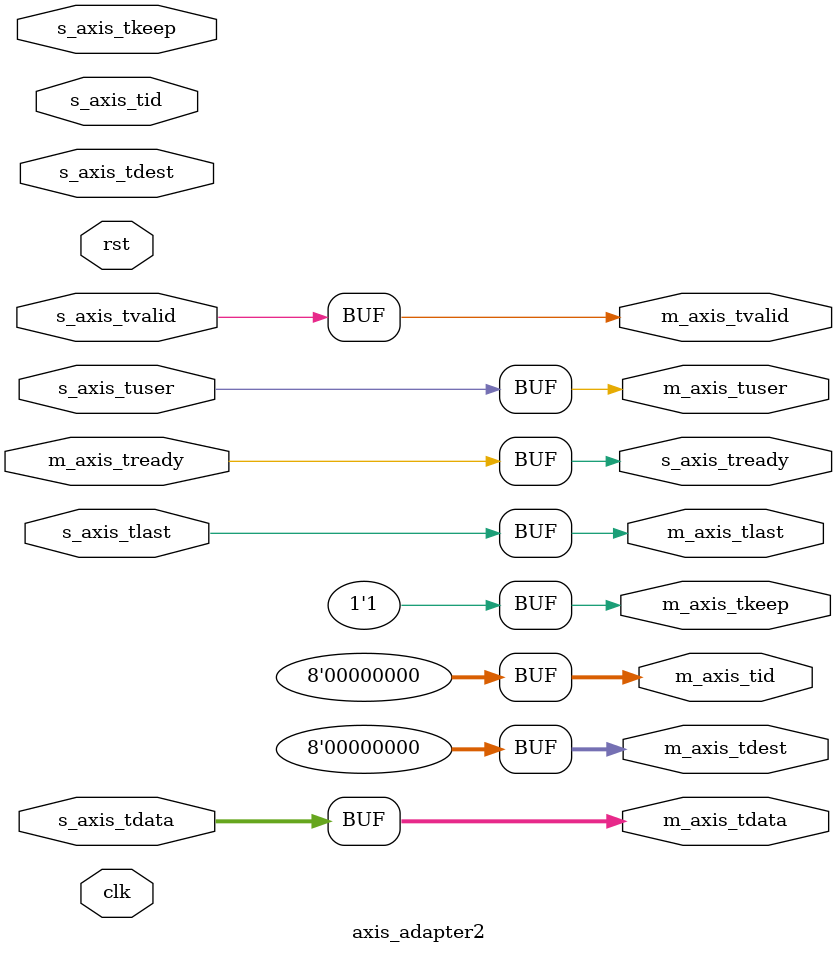
<source format=v>
/*

Copyright (c) 2014-2023 Alex Forencich

Permission is hereby granted, free of charge, to any person obtaining a copy
of this software and associated documentation files (the "Software"), to deal
in the Software without restriction, including without limitation the rights
to use, copy, modify, merge, publish, distribute, sublicense, and/or sell
copies of the Software, and to permit persons to whom the Software is
furnished to do so, subject to the following conditions:

The above copyright notice and this permission notice shall be included in
all copies or substantial portions of the Software.

THE SOFTWARE IS PROVIDED "AS IS", WITHOUT WARRANTY OF ANY KIND, EXPRESS OR
IMPLIED, INCLUDING BUT NOT LIMITED TO THE WARRANTIES OF MERCHANTABILITY
FITNESS FOR A PARTICULAR PURPOSE AND NONINFRINGEMENT. IN NO EVENT SHALL THE
AUTHORS OR COPYRIGHT HOLDERS BE LIABLE FOR ANY CLAIM, DAMAGES OR OTHER
LIABILITY, WHETHER IN AN ACTION OF CONTRACT, TORT OR OTHERWISE, ARISING FROM,
OUT OF OR IN CONNECTION WITH THE SOFTWARE OR THE USE OR OTHER DEALINGS IN
THE SOFTWARE.

*/

// Language: Verilog 2001

`resetall
`timescale 1ns / 1ps
`default_nettype none

/*
 * AXI4-Stream bus width adapter
 */
module axis_adapter2 #
(
    // Width of input AXI stream interface in bits
    parameter S_DATA_WIDTH = 8,
    // Propagate tkeep signal on input interface
    // If disabled, tkeep assumed to be 1'b1
    parameter S_KEEP_ENABLE = (S_DATA_WIDTH>8),
    // tkeep signal width (words per cycle) on input interface
    parameter S_KEEP_WIDTH = ((S_DATA_WIDTH+7)/8),
    // Width of output AXI stream interface in bits
    parameter M_DATA_WIDTH = 8,
    // Propagate tkeep signal on output interface
    // If disabled, tkeep assumed to be 1'b1
    parameter M_KEEP_ENABLE = (M_DATA_WIDTH>8),
    // tkeep signal width (words per cycle) on output interface
    parameter M_KEEP_WIDTH = ((M_DATA_WIDTH+7)/8),
    // Propagate tid signal
    parameter ID_ENABLE = 0,
    // tid signal width
    parameter ID_WIDTH = 8,
    // Propagate tdest signal
    parameter DEST_ENABLE = 0,
    // tdest signal width
    parameter DEST_WIDTH = 8,
    // Propagate tuser signal
    parameter USER_ENABLE = 1,
    // tuser signal width
    parameter USER_WIDTH = 1
)
(
    input  wire                     clk,
    input  wire                     rst,

    /*
     * AXI input
     */
    input  wire [S_DATA_WIDTH-1:0]  s_axis_tdata,
    input  wire [S_KEEP_WIDTH-1:0]  s_axis_tkeep,
    input  wire                     s_axis_tvalid,
    output wire                     s_axis_tready,
    input  wire                     s_axis_tlast,
    input  wire [ID_WIDTH-1:0]      s_axis_tid,
    input  wire [DEST_WIDTH-1:0]    s_axis_tdest,
    input  wire [USER_WIDTH-1:0]    s_axis_tuser,

    /*
     * AXI output
     */
    output wire [M_DATA_WIDTH-1:0]  m_axis_tdata,
    output wire [M_KEEP_WIDTH-1:0]  m_axis_tkeep,
    output wire                     m_axis_tvalid,
    input  wire                     m_axis_tready,
    output wire                     m_axis_tlast,
    output wire [ID_WIDTH-1:0]      m_axis_tid,
    output wire [DEST_WIDTH-1:0]    m_axis_tdest,
    output wire [USER_WIDTH-1:0]    m_axis_tuser
);

// force keep width to 1 when disabled
localparam S_BYTE_LANES = S_KEEP_ENABLE ? S_KEEP_WIDTH : 1;
localparam M_BYTE_LANES = M_KEEP_ENABLE ? M_KEEP_WIDTH : 1;

// bus byte sizes (must be identical)
localparam S_BYTE_SIZE = S_DATA_WIDTH / S_BYTE_LANES;
localparam M_BYTE_SIZE = M_DATA_WIDTH / M_BYTE_LANES;

// bus width assertions
initial begin
    if (S_BYTE_SIZE * S_BYTE_LANES != S_DATA_WIDTH) begin
        $error("Error: input data width not evenly divisible (instance %m)");
        $finish;
    end

    if (M_BYTE_SIZE * M_BYTE_LANES != M_DATA_WIDTH) begin
        $error("Error: output data width not evenly divisible (instance %m)");
        $finish;
    end

    if (S_BYTE_SIZE != M_BYTE_SIZE) begin
        $error("Error: byte size mismatch (instance %m)");
        $finish;
    end
end

generate

if (M_BYTE_LANES == S_BYTE_LANES) begin : bypass
    // same width; bypass

    assign s_axis_tready = m_axis_tready;

    assign m_axis_tdata  = s_axis_tdata;
    assign m_axis_tkeep  = M_KEEP_ENABLE ? s_axis_tkeep : {M_KEEP_WIDTH{1'b1}};
    assign m_axis_tvalid = s_axis_tvalid;
    assign m_axis_tlast  = s_axis_tlast;
    assign m_axis_tid    = ID_ENABLE   ? s_axis_tid   : {ID_WIDTH{1'b0}};
    assign m_axis_tdest  = DEST_ENABLE ? s_axis_tdest : {DEST_WIDTH{1'b0}};
    assign m_axis_tuser  = USER_ENABLE ? s_axis_tuser : {USER_WIDTH{1'b0}};

end else if (M_BYTE_LANES > S_BYTE_LANES) begin : upsize
    // output is wider; upsize

    // required number of segments in wider bus
    localparam SEG_COUNT = M_BYTE_LANES / S_BYTE_LANES;
    // data width and keep width per segment
    localparam SEG_DATA_WIDTH = M_DATA_WIDTH / SEG_COUNT;
    localparam SEG_KEEP_WIDTH = M_BYTE_LANES / SEG_COUNT;

    reg [$clog2(SEG_COUNT)-1:0] seg_reg = 0;

    reg [S_DATA_WIDTH-1:0] s_axis_tdata_reg = {S_DATA_WIDTH{1'b0}};
    reg [S_KEEP_WIDTH-1:0] s_axis_tkeep_reg = {S_KEEP_WIDTH{1'b0}};
    reg s_axis_tvalid_reg = 1'b0;
    reg s_axis_tlast_reg = 1'b0;
    reg [ID_WIDTH-1:0] s_axis_tid_reg = {ID_WIDTH{1'b0}};
    reg [DEST_WIDTH-1:0] s_axis_tdest_reg = {DEST_WIDTH{1'b0}};
    reg [USER_WIDTH-1:0] s_axis_tuser_reg = {USER_WIDTH{1'b0}};

    reg [M_DATA_WIDTH-1:0] m_axis_tdata_reg = {M_DATA_WIDTH{1'b0}};
    reg [M_KEEP_WIDTH-1:0] m_axis_tkeep_reg = {M_KEEP_WIDTH{1'b0}};
    reg m_axis_tvalid_reg = 1'b0;
    reg m_axis_tlast_reg = 1'b0;
    reg [ID_WIDTH-1:0] m_axis_tid_reg = {ID_WIDTH{1'b0}};
    reg [DEST_WIDTH-1:0] m_axis_tdest_reg = {DEST_WIDTH{1'b0}};
    reg [USER_WIDTH-1:0] m_axis_tuser_reg = {USER_WIDTH{1'b0}};

    assign s_axis_tready = !s_axis_tvalid_reg;

    assign m_axis_tdata  = m_axis_tdata_reg;
    assign m_axis_tkeep  = M_KEEP_ENABLE ? m_axis_tkeep_reg : {M_KEEP_WIDTH{1'b1}};
    assign m_axis_tvalid = m_axis_tvalid_reg;
    assign m_axis_tlast  = m_axis_tlast_reg;
    assign m_axis_tid    = ID_ENABLE   ? m_axis_tid_reg   : {ID_WIDTH{1'b0}};
    assign m_axis_tdest  = DEST_ENABLE ? m_axis_tdest_reg : {DEST_WIDTH{1'b0}};
    assign m_axis_tuser  = USER_ENABLE ? m_axis_tuser_reg : {USER_WIDTH{1'b0}};

    always @(posedge clk) begin
        m_axis_tvalid_reg <= m_axis_tvalid_reg && !m_axis_tready;

        if (!m_axis_tvalid_reg || m_axis_tready) begin
            // output register empty

            if (seg_reg == 0) begin
                m_axis_tdata_reg[seg_reg*SEG_DATA_WIDTH +: SEG_DATA_WIDTH] <= s_axis_tvalid_reg ? s_axis_tdata_reg : s_axis_tdata;
                m_axis_tkeep_reg <= s_axis_tvalid_reg ? s_axis_tkeep_reg : s_axis_tkeep;
            end else begin
                m_axis_tdata_reg[seg_reg*SEG_DATA_WIDTH +: SEG_DATA_WIDTH] <= s_axis_tdata;
                m_axis_tkeep_reg[seg_reg*SEG_KEEP_WIDTH +: SEG_KEEP_WIDTH] <= s_axis_tkeep;
            end
            m_axis_tlast_reg <= s_axis_tvalid_reg ? s_axis_tlast_reg : s_axis_tlast;
            m_axis_tid_reg <= s_axis_tvalid_reg ? s_axis_tid_reg : s_axis_tid;
            m_axis_tdest_reg <= s_axis_tvalid_reg ? s_axis_tdest_reg : s_axis_tdest;
            m_axis_tuser_reg <= s_axis_tvalid_reg ? s_axis_tuser_reg : s_axis_tuser;

            if (s_axis_tvalid_reg) begin
                // consume data from buffer
                s_axis_tvalid_reg <= 1'b0;

                if (s_axis_tlast_reg || seg_reg == SEG_COUNT-1) begin
                    seg_reg <= 0;
                    m_axis_tvalid_reg <= 1'b1;
                end else begin
                    seg_reg <= seg_reg + 1;
                end
            end else if (s_axis_tvalid) begin
                // data direct from input
                if (s_axis_tlast || seg_reg == SEG_COUNT-1) begin
                    seg_reg <= 0;
                    m_axis_tvalid_reg <= 1'b1;
                end else begin
                    seg_reg <= seg_reg + 1;
                end
            end
        end else if (s_axis_tvalid && s_axis_tready) begin
            // store input data in skid buffer
            s_axis_tdata_reg <= s_axis_tdata;
            s_axis_tkeep_reg <= s_axis_tkeep;
            s_axis_tvalid_reg <= 1'b1;
            s_axis_tlast_reg <= s_axis_tlast;
            s_axis_tid_reg <= s_axis_tid;
            s_axis_tdest_reg <= s_axis_tdest;
            s_axis_tuser_reg <= s_axis_tuser;
        end

        if (rst) begin
            seg_reg <= 0;
            s_axis_tvalid_reg <= 1'b0;
            m_axis_tvalid_reg <= 1'b0;
        end
    end

end else begin : downsize
    // output is narrower; downsize

    // required number of segments in wider bus
    localparam SEG_COUNT = S_BYTE_LANES / M_BYTE_LANES;
    // data width and keep width per segment
    localparam SEG_DATA_WIDTH = S_DATA_WIDTH / SEG_COUNT;
    localparam SEG_KEEP_WIDTH = S_BYTE_LANES / SEG_COUNT;

    reg [S_DATA_WIDTH-1:0] s_axis_tdata_reg = {S_DATA_WIDTH{1'b0}};
    reg [S_KEEP_WIDTH-1:0] s_axis_tkeep_reg = {S_KEEP_WIDTH{1'b0}};
    reg s_axis_tvalid_reg = 1'b0;
    reg s_axis_tlast_reg = 1'b0;
    reg [ID_WIDTH-1:0] s_axis_tid_reg = {ID_WIDTH{1'b0}};
    reg [DEST_WIDTH-1:0] s_axis_tdest_reg = {DEST_WIDTH{1'b0}};
    reg [USER_WIDTH-1:0] s_axis_tuser_reg = {USER_WIDTH{1'b0}};

    reg [M_DATA_WIDTH-1:0] m_axis_tdata_reg = {M_DATA_WIDTH{1'b0}};
    reg [M_KEEP_WIDTH-1:0] m_axis_tkeep_reg = {M_KEEP_WIDTH{1'b0}};
    reg m_axis_tvalid_reg = 1'b0;
    reg m_axis_tlast_reg = 1'b0;
    reg [ID_WIDTH-1:0] m_axis_tid_reg = {ID_WIDTH{1'b0}};
    reg [DEST_WIDTH-1:0] m_axis_tdest_reg = {DEST_WIDTH{1'b0}};
    reg [USER_WIDTH-1:0] m_axis_tuser_reg = {USER_WIDTH{1'b0}};

    assign s_axis_tready = !s_axis_tvalid_reg;

    assign m_axis_tdata  = m_axis_tdata_reg;
    assign m_axis_tkeep  = M_KEEP_ENABLE ? m_axis_tkeep_reg : {M_KEEP_WIDTH{1'b1}};
    assign m_axis_tvalid = m_axis_tvalid_reg;
    assign m_axis_tlast  = m_axis_tlast_reg;
    assign m_axis_tid    = ID_ENABLE   ? m_axis_tid_reg   : {ID_WIDTH{1'b0}};
    assign m_axis_tdest  = DEST_ENABLE ? m_axis_tdest_reg : {DEST_WIDTH{1'b0}};
    assign m_axis_tuser  = USER_ENABLE ? m_axis_tuser_reg : {USER_WIDTH{1'b0}};

    always @(posedge clk) begin
        m_axis_tvalid_reg <= m_axis_tvalid_reg && !m_axis_tready;

        if (!m_axis_tvalid_reg || m_axis_tready) begin
            // output register empty

            m_axis_tdata_reg <= s_axis_tvalid_reg ? s_axis_tdata_reg : s_axis_tdata;
            m_axis_tkeep_reg <= s_axis_tvalid_reg ? s_axis_tkeep_reg : s_axis_tkeep;
            m_axis_tlast_reg <= 1'b0;
            m_axis_tid_reg <= s_axis_tvalid_reg ? s_axis_tid_reg : s_axis_tid;
            m_axis_tdest_reg <= s_axis_tvalid_reg ? s_axis_tdest_reg : s_axis_tdest;
            m_axis_tuser_reg <= s_axis_tvalid_reg ? s_axis_tuser_reg : s_axis_tuser;

            if (s_axis_tvalid_reg) begin
                // buffer has data; shift out from buffer
                s_axis_tdata_reg <= s_axis_tdata_reg >> SEG_DATA_WIDTH;
                s_axis_tkeep_reg <= s_axis_tkeep_reg >> SEG_KEEP_WIDTH;

                m_axis_tvalid_reg <= 1'b1;

                if ((s_axis_tkeep_reg >> SEG_KEEP_WIDTH) == 0) begin
                    s_axis_tvalid_reg <= 1'b0;
                    m_axis_tlast_reg <= s_axis_tlast_reg;
                end
            end else if (s_axis_tvalid && s_axis_tready) begin
                // buffer is empty; store from input
                s_axis_tdata_reg <= s_axis_tdata >> SEG_DATA_WIDTH;
                s_axis_tkeep_reg <= s_axis_tkeep >> SEG_KEEP_WIDTH;
                s_axis_tlast_reg <= s_axis_tlast;
                s_axis_tid_reg <= s_axis_tid;
                s_axis_tdest_reg <= s_axis_tdest;
                s_axis_tuser_reg <= s_axis_tuser;

                m_axis_tvalid_reg <= 1'b1;

                if ((s_axis_tkeep >> SEG_KEEP_WIDTH) == 0) begin
                    s_axis_tvalid_reg <= 1'b0;
                    m_axis_tlast_reg <= s_axis_tlast;
                end else begin
                    s_axis_tvalid_reg <= 1'b1;
                end
            end
        end else if (s_axis_tvalid && s_axis_tready) begin
            // store input data
            s_axis_tdata_reg <= s_axis_tdata;
            s_axis_tkeep_reg <= s_axis_tkeep;
            s_axis_tvalid_reg <= 1'b1;
            s_axis_tlast_reg <= s_axis_tlast;
            s_axis_tid_reg <= s_axis_tid;
            s_axis_tdest_reg <= s_axis_tdest;
            s_axis_tuser_reg <= s_axis_tuser;
        end

        if (rst) begin
            s_axis_tvalid_reg <= 1'b0;
            m_axis_tvalid_reg <= 1'b0;
        end
    end

end

endgenerate

endmodule

`resetall

</source>
